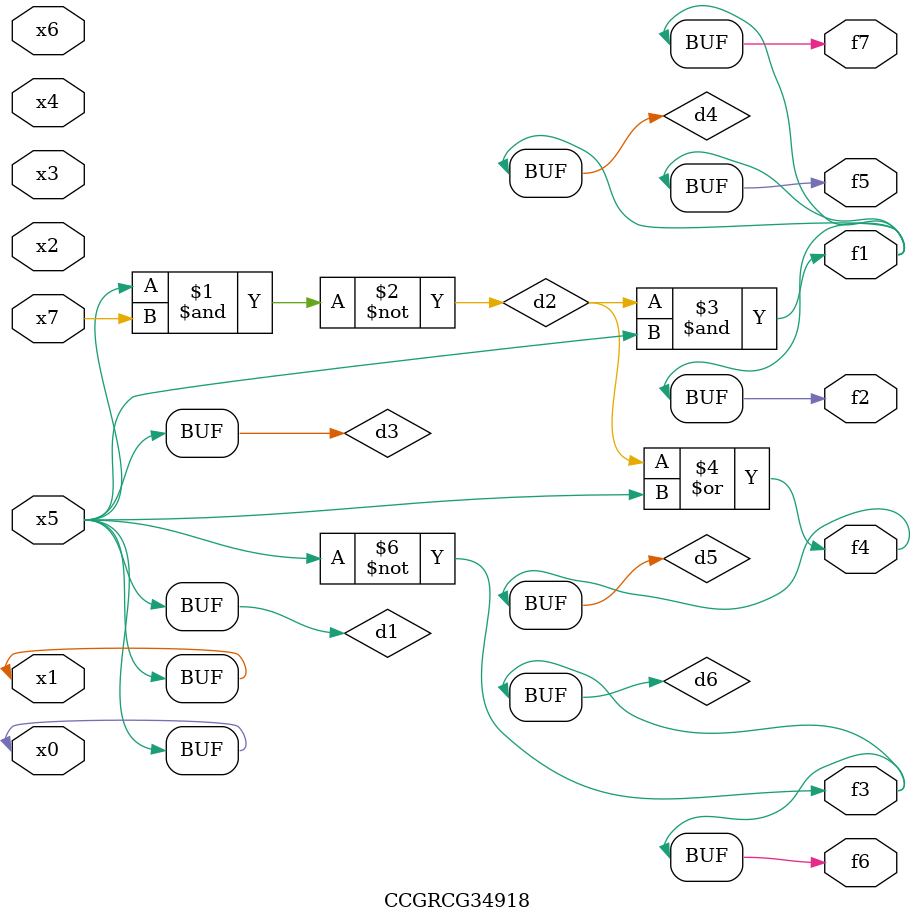
<source format=v>
module CCGRCG34918(
	input x0, x1, x2, x3, x4, x5, x6, x7,
	output f1, f2, f3, f4, f5, f6, f7
);

	wire d1, d2, d3, d4, d5, d6;

	buf (d1, x0, x5);
	nand (d2, x5, x7);
	buf (d3, x0, x1);
	and (d4, d2, d3);
	or (d5, d2, d3);
	nor (d6, d1, d3);
	assign f1 = d4;
	assign f2 = d4;
	assign f3 = d6;
	assign f4 = d5;
	assign f5 = d4;
	assign f6 = d6;
	assign f7 = d4;
endmodule

</source>
